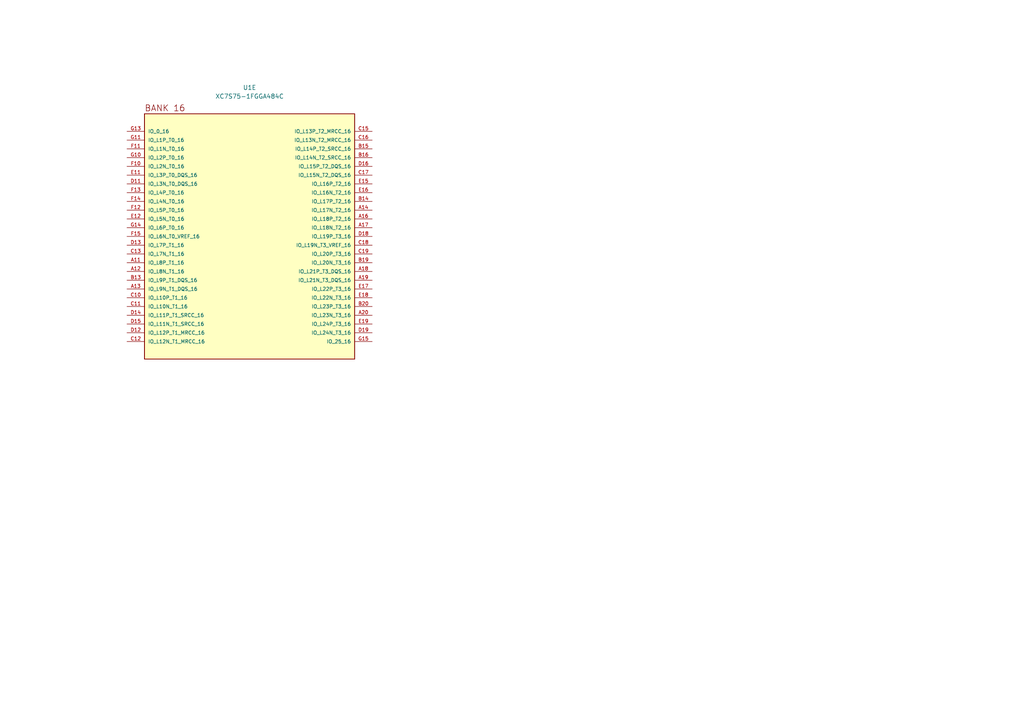
<source format=kicad_sch>
(kicad_sch (version 20231120) (generator "eeschema") (generator_version "8.0")
  (paper "A4")
  (title_block (title "ZYMA_ADC_FPGA") (date "2024-06-28") (rev "V01") (company "SHAKRA INNOVATIONS PVT LIMITED"))
  (lib_symbols
    (symbol "xc7s75:XC7S75-1FGGA484C" (pin_names (offset 1.016))
      (property "Reference" "U" (at -15.24 31.115 0))
      (property "Value" "XC7S75-1FGGA484C" (at -15.24 -27.94 0))
      (symbol "XC7S75-1FGGA484C_1_0"
        (rectangle (start -15.24 -25.4) (end 15.24 27.94) (stroke (width 0.254)) (fill (type background)))
        (text "BANK 0" (at -15.24 28.575 0) (effects (font (size 1.778 1.778)) (justify left bottom)))
        (pin input clock (at -20.32 -17.78 0) (length 5.08) (name "CCLK_0") (number "D9"))
        (pin power_in line (at 20.32 25.4 180) (length 5.08) (name "VCCBATT_0") (number "E9"))
        (pin input clock (at -20.32 -2.54 0) (length 5.08) (name "TCK_0") (number "G9"))
        (pin power_in line (at 20.32 17.78 180) (length 5.08) (name "VCCADC_0") (number "K11"))
        (pin power_in line (at 20.32 -22.86 180) (length 5.08) (name "GNDADC_0") (number "K12"))
        (pin power_in line (at 20.32 20.32 180) (length 5.08) (name "VREFN_0") (number "L11"))
        (pin bidirectional line (at 20.32 2.54 180) (length 5.08) (name "VP_0") (number "L12"))
        (pin bidirectional line (at 20.32 0 180) (length 5.08) (name "VN_0") (number "M11"))
        (pin power_in line (at 20.32 22.86 180) (length 5.08) (name "VREFP_0") (number "M12"))
        (pin bidirectional line (at 20.32 -7.62 180) (length 5.08) (name "DXN_0") (number "N11"))
        (pin bidirectional line (at 20.32 -5.08 180) (length 5.08) (name "DXP_0") (number "N12"))
        (pin input line (at -20.32 -10.16 0) (length 5.08) (name "M1_0") (number "T10"))
        (pin input line (at -20.32 -7.62 0) (length 5.08) (name "M0_0") (number "T11"))
        (pin input line (at -20.32 10.16 0) (length 5.08) (name "INIT_B_0") (number "T9"))
        (pin input line (at -20.32 -12.7 0) (length 5.08) (name "M2_0") (number "U10"))
        (pin input line (at -20.32 12.7 0) (length 5.08) (name "PROGRAM_B_0") (number "U11"))
        (pin output line (at 20.32 12.7 180) (length 5.08) (name "DONE_0") (number "U9"))
        (pin bidirectional line (at 20.32 7.62 180) (length 5.08) (name "CFGBVS_0") (number "V11"))
        (pin output line (at -20.32 2.54 0) (length 5.08) (name "TDO_0") (number "W10"))
        (pin input line (at -20.32 0 0) (length 5.08) (name "TDI_0") (number "W9"))
        (pin input line (at -20.32 5.08 0) (length 5.08) (name "TMS_0") (number "Y10"))
      )
      (symbol "XC7S75-1FGGA484C_2_0"
        (rectangle (start -25.4 -27.94) (end 25.4 27.94) (stroke (width 0.254)) (fill (type background)))
        (text "BANK 13" (at -25.4 28.575 0) (effects (font (size 1.778 1.778)) (justify left bottom)))
        (pin bidirectional line (at 30.48 -22.86 180) (length 5.08) (name "IO_L19N_T3_VREF_13") (number "AA11"))
        (pin bidirectional line (at 30.48 -2.54 180) (length 5.08) (name "IO_L15P_T2_DQS_13") (number "AA13"))
        (pin bidirectional line (at 30.48 12.7 180) (length 5.08) (name "IO_L12P_T1_MRCC_13") (number "AA14"))
        (pin bidirectional line (at -30.48 -20.32 0) (length 5.08) (name "IO_L9P_T1_DQS_13") (number "AA15"))
        (pin bidirectional line (at -30.48 -22.86 0) (length 5.08) (name "IO_L9N_T1_DQS_13") (number "AA16"))
        (pin bidirectional line (at -30.48 -15.24 0) (length 5.08) (name "IO_L8P_T1_13") (number "AA17"))
        (pin bidirectional line (at -30.48 -12.7 0) (length 5.08) (name "IO_L7N_T1_13") (number "AA18"))
        (pin bidirectional line (at 30.48 -12.7 180) (length 5.08) (name "IO_L17P_T2_13") (number "AB11"))
        (pin bidirectional line (at 30.48 -15.24 180) (length 5.08) (name "IO_L17N_T2_13") (number "AB12"))
        (pin bidirectional line (at 30.48 -5.08 180) (length 5.08) (name "IO_L15N_T2_DQS_13") (number "AB13"))
        (pin bidirectional line (at 30.48 10.16 180) (length 5.08) (name "IO_L12N_T1_MRCC_13") (number "AB14"))
        (pin bidirectional line (at 30.48 22.86 180) (length 5.08) (name "IO_L10P_T1_13") (number "AB16"))
        (pin bidirectional line (at 30.48 20.32 180) (length 5.08) (name "IO_L10N_T1_13") (number "AB17"))
        (pin bidirectional line (at -30.48 -17.78 0) (length 5.08) (name "IO_L8N_T1_13") (number "AB18"))
        (pin bidirectional line (at -30.48 15.24 0) (length 5.08) (name "IO_L2P_T0_13") (number "T12"))
        (pin bidirectional line (at -30.48 12.7 0) (length 5.08) (name "IO_L2N_T0_13") (number "T13"))
        (pin bidirectional line (at -30.48 20.32 0) (length 5.08) (name "IO_L1P_T0_13") (number "T14"))
        (pin bidirectional line (at -30.48 22.86 0) (length 5.08) (name "IO_0_13") (number "T15"))
        (pin bidirectional line (at -30.48 5.08 0) (length 5.08) (name "IO_L4P_T0_13") (number "U12"))
        (pin bidirectional line (at -30.48 17.78 0) (length 5.08) (name "IO_L1N_T0_13") (number "U15"))
        (pin bidirectional line (at -30.48 -5.08 0) (length 5.08) (name "IO_L6P_T0_13") (number "U16"))
        (pin bidirectional line (at 30.48 7.62 180) (length 5.08) (name "IO_L13P_T2_MRCC_13") (number "V12"))
        (pin bidirectional line (at -30.48 2.54 0) (length 5.08) (name "IO_L4N_T0_13") (number "V13"))
        (pin bidirectional line (at -30.48 10.16 0) (length 5.08) (name "IO_L3P_T0_DQS_13") (number "V14"))
        (pin bidirectional line (at -30.48 7.62 0) (length 5.08) (name "IO_L3N_T0_DQS_13") (number "V15"))
        (pin bidirectional line (at -30.48 -7.62 0) (length 5.08) (name "IO_L6N_T0_VREF_13") (number "V16"))
        (pin bidirectional line (at 30.48 -7.62 180) (length 5.08) (name "IO_L16P_T2_13") (number "W11"))
        (pin bidirectional line (at 30.48 5.08 180) (length 5.08) (name "IO_L13N_T2_MRCC_13") (number "W12"))
        (pin bidirectional line (at 30.48 2.54 180) (length 5.08) (name "IO_L14P_T2_SRCC_13") (number "W14"))
        (pin bidirectional line (at -30.48 0 0) (length 5.08) (name "IO_L5P_T0_13") (number "W15"))
        (pin bidirectional line (at -30.48 -2.54 0) (length 5.08) (name "IO_L5N_T0_13") (number "W16"))
        (pin bidirectional line (at 30.48 17.78 180) (length 5.08) (name "IO_L11P_T1_SRCC_13") (number "W17"))
        (pin bidirectional line (at 30.48 -10.16 180) (length 5.08) (name "IO_L16N_T2_13") (number "Y11"))
        (pin bidirectional line (at 30.48 -17.78 180) (length 5.08) (name "IO_L18P_T2_13") (number "Y12"))
        (pin bidirectional line (at 30.48 -20.32 180) (length 5.08) (name "IO_L18N_T2_13") (number "Y13"))
        (pin bidirectional line (at 30.48 0 180) (length 5.08) (name "IO_L14N_T2_SRCC_13") (number "Y14"))
        (pin bidirectional line (at 30.48 15.24 180) (length 5.08) (name "IO_L11N_T1_SRCC_13") (number "Y17"))
        (pin bidirectional line (at -30.48 -10.16 0) (length 5.08) (name "IO_L7P_T1_13") (number "Y18"))
      )
      (symbol "XC7S75-1FGGA484C_3_0"
        (rectangle (start -35.56 -35.56) (end 35.56 35.56) (stroke (width 0.254)) (fill (type background)))
        (text "BANK 14" (at -35.56 36.195 0) (effects (font (size 1.778 1.778)) (justify left bottom)))
        (pin bidirectional line (at 40.64 -2.54 180) (length 5.08) (name "IO_L19N_T3_D25_VREF_14") (number "AA20"))
        (pin bidirectional line (at 40.64 -15.24 180) (length 5.08) (name "IO_L22P_T3_D21_14") (number "AA21"))
        (pin bidirectional line (at 40.64 -7.62 180) (length 5.08) (name "IO_L20N_T3_D23_14") (number "AA22"))
        (pin bidirectional line (at 40.64 -20.32 180) (length 5.08) (name "IO_L23P_T3_D19_14") (number "AB19"))
        (pin bidirectional line (at 40.64 -22.86 180) (length 5.08) (name "IO_L23N_T3_D18_14") (number "AB20"))
        (pin bidirectional line (at 40.64 -17.78 180) (length 5.08) (name "IO_L22N_T3_D20_14") (number "AB21"))
        (pin bidirectional line (at -40.64 17.78 0) (length 5.08) (name "IO_L3P_T0_DQS_PUDC_B_14") (number "M19"))
        (pin bidirectional line (at -40.64 27.94 0) (length 5.08) (name "IO_L1P_T0_D00_MOSI_14") (number "M21"))
        (pin bidirectional line (at -40.64 25.4 0) (length 5.08) (name "IO_L1N_T0_D01_DIN_14") (number "M22"))
        (pin bidirectional line (at -40.64 30.48 0) (length 5.08) (name "IO_0_14") (number "N15"))
        (pin bidirectional line (at -40.64 2.54 0) (length 5.08) (name "IO_L6P_T0_FCS_B_14") (number "N17"))
        (pin bidirectional line (at -40.64 0 0) (length 5.08) (name "IO_L6N_T0_D08_VREF_14") (number "N18"))
        (pin bidirectional line (at -40.64 15.24 0) (length 5.08) (name "IO_L3N_T0_DQS_EMCCLK_14") (number "N19"))
        (pin bidirectional line (at -40.64 7.62 0) (length 5.08) (name "IO_L5P_T0_D06_14") (number "N20"))
        (pin bidirectional line (at -40.64 22.86 0) (length 5.08) (name "IO_L2P_T0_D02_14") (number "N21"))
        (pin bidirectional line (at -40.64 20.32 0) (length 5.08) (name "IO_L2N_T0_D03_14") (number "N22"))
        (pin bidirectional line (at 40.64 30.48 180) (length 5.08) (name "IO_L13P_T2_MRCC_14") (number "P15"))
        (pin bidirectional line (at 40.64 27.94 180) (length 5.08) (name "IO_L13N_T2_MRCC_14") (number "P16"))
        (pin bidirectional line (at 40.64 25.4 180) (length 5.08) (name "IO_L14P_T2_SRCC_14") (number "P17"))
        (pin bidirectional line (at -40.64 5.08 0) (length 5.08) (name "IO_L5N_T0_D07_14") (number "P20"))
        (pin bidirectional line (at -40.64 12.7 0) (length 5.08) (name "IO_L4P_T0_D04_14") (number "P21"))
        (pin bidirectional line (at -40.64 10.16 0) (length 5.08) (name "IO_L4N_T0_D05_14") (number "P22"))
        (pin bidirectional line (at 40.64 15.24 180) (length 5.08) (name "IO_L16P_T2_CSI_B_14") (number "R16"))
        (pin bidirectional line (at 40.64 12.7 180) (length 5.08) (name "IO_L16N_T2_D31_14") (number "R17"))
        (pin bidirectional line (at 40.64 22.86 180) (length 5.08) (name "IO_L14N_T2_SRCC_14") (number "R18"))
        (pin bidirectional line (at 40.64 10.16 180) (length 5.08) (name "IO_L17P_T2_D30_14") (number "R19"))
        (pin bidirectional line (at 40.64 7.62 180) (length 5.08) (name "IO_L17N_T2_D29_14") (number "R20"))
        (pin bidirectional line (at 40.64 -30.48 180) (length 5.08) (name "IO_25_14") (number "T16"))
        (pin bidirectional line (at 40.64 20.32 180) (length 5.08) (name "IO_L15P_T2_DQS_RDWR_B_14") (number "T17"))
        (pin bidirectional line (at 40.64 5.08 180) (length 5.08) (name "IO_L18P_T2_D28_14") (number "T19"))
        (pin bidirectional line (at 40.64 2.54 180) (length 5.08) (name "IO_L18N_T2_D27_14") (number "T20"))
        (pin bidirectional line (at -40.64 -2.54 0) (length 5.08) (name "IO_L7P_T1_D09_14") (number "T21"))
        (pin bidirectional line (at -40.64 -5.08 0) (length 5.08) (name "IO_L7N_T1_D10_14") (number "T22"))
        (pin bidirectional line (at 40.64 17.78 180) (length 5.08) (name "IO_L15N_T2_DQS_DOUT_CSO_B_14") (number "U17"))
        (pin bidirectional line (at -40.64 -27.94 0) (length 5.08) (name "IO_L12P_T1_MRCC_14") (number "U18"))
        (pin bidirectional line (at -40.64 -30.48 0) (length 5.08) (name "IO_L12N_T1_MRCC_14") (number "U19"))
        (pin bidirectional line (at -40.64 -22.86 0) (length 5.08) (name "IO_L11P_T1_SRCC_14") (number "U20"))
        (pin bidirectional line (at -40.64 -12.7 0) (length 5.08) (name "IO_L9P_T1_DQS_14") (number "U22"))
        (pin bidirectional line (at 40.64 -25.4 180) (length 5.08) (name "IO_L24P_T3_D17_14") (number "V18"))
        (pin bidirectional line (at 40.64 -27.94 180) (length 5.08) (name "IO_L24N_T3_D16_14") (number "V19"))
        (pin bidirectional line (at -40.64 -25.4 0) (length 5.08) (name "IO_L11N_T1_SRCC_14") (number "V20"))
        (pin bidirectional line (at -40.64 -7.62 0) (length 5.08) (name "IO_L8P_T1_D11_14") (number "V21"))
        (pin bidirectional line (at -40.64 -15.24 0) (length 5.08) (name "IO_L9N_T1_DQS_D13_14") (number "V22"))
        (pin bidirectional line (at 40.64 -10.16 180) (length 5.08) (name "IO_L21P_T3_DQS_14") (number "W18"))
        (pin bidirectional line (at -40.64 -17.78 0) (length 5.08) (name "IO_L10P_T1_D14_14") (number "W21"))
        (pin bidirectional line (at -40.64 -10.16 0) (length 5.08) (name "IO_L8N_T1_D12_14") (number "W22"))
        (pin bidirectional line (at 40.64 -12.7 180) (length 5.08) (name "IO_L21N_T3_DQS_D22_14") (number "Y19"))
        (pin bidirectional line (at 40.64 0 180) (length 5.08) (name "IO_L19P_T3_D26_14") (number "Y20"))
        (pin bidirectional line (at -40.64 -20.32 0) (length 5.08) (name "IO_L10N_T1_D15_14") (number "Y21"))
        (pin bidirectional line (at 40.64 -5.08 180) (length 5.08) (name "IO_L20P_T3_D24_14") (number "Y22"))
      )
      (symbol "XC7S75-1FGGA484C_4_0"
        (rectangle (start -30.48 -35.56) (end 30.48 35.56) (stroke (width 0.254)) (fill (type background)))
        (text "BANK 15" (at -30.48 36.195 0) (effects (font (size 1.778 1.778)) (justify left bottom)))
        (pin bidirectional line (at -35.56 30.48 0) (length 5.08) (name "IO_0_15") (number "A21"))
        (pin bidirectional line (at -35.56 -2.54 0) (length 5.08) (name "IO_L7P_T1_AD2P_15") (number "B21"))
        (pin bidirectional line (at -35.56 -5.08 0) (length 5.08) (name "IO_L7N_T1_AD2N_15") (number "B22"))
        (pin bidirectional line (at -35.56 -10.16 0) (length 5.08) (name "IO_L8N_T1_AD10N_15") (number "C20"))
        (pin bidirectional line (at -35.56 -15.24 0) (length 5.08) (name "IO_L9N_T1_DQS_AD3N_15") (number "C22"))
        (pin bidirectional line (at -35.56 -7.62 0) (length 5.08) (name "IO_L8P_T1_AD10P_15") (number "D20"))
        (pin bidirectional line (at -35.56 -12.7 0) (length 5.08) (name "IO_L9P_T1_DQS_AD3P_15") (number "D21"))
        (pin bidirectional line (at -35.56 -20.32 0) (length 5.08) (name "IO_L10N_T1_AD11N_15") (number "D22"))
        (pin bidirectional line (at -35.56 -17.78 0) (length 5.08) (name "IO_L10P_T1_AD11P_15") (number "E22"))
        (pin bidirectional line (at -35.56 27.94 0) (length 5.08) (name "IO_L1P_T0_AD0P_15") (number "F17"))
        (pin bidirectional line (at -35.56 25.4 0) (length 5.08) (name "IO_L1N_T0_AD0N_15") (number "F18"))
        (pin bidirectional line (at -35.56 -27.94 0) (length 5.08) (name "IO_L12P_T1_MRCC_15") (number "F19"))
        (pin bidirectional line (at -35.56 -30.48 0) (length 5.08) (name "IO_L12N_T1_MRCC_15") (number "F20"))
        (pin bidirectional line (at -35.56 -22.86 0) (length 5.08) (name "IO_L11P_T1_SRCC_15") (number "F21"))
        (pin bidirectional line (at -35.56 -25.4 0) (length 5.08) (name "IO_L11N_T1_SRCC_15") (number "F22"))
        (pin bidirectional line (at -35.56 10.16 0) (length 5.08) (name "IO_L4N_T0_15") (number "G16"))
        (pin bidirectional line (at -35.56 20.32 0) (length 5.08) (name "IO_L2N_T0_AD8N_15") (number "G17"))
        (pin bidirectional line (at 35.56 -2.54 180) (length 5.08) (name "IO_L19N_T3_VREF_15") (number "G20"))
        (pin bidirectional line (at 35.56 -5.08 180) (length 5.08) (name "IO_L20P_T3_15") (number "G21"))
        (pin bidirectional line (at 35.56 -7.62 180) (length 5.08) (name "IO_L20N_T3_15") (number "G22"))
        (pin bidirectional line (at -35.56 12.7 0) (length 5.08) (name "IO_L4P_T0_15") (number "H16"))
        (pin bidirectional line (at -35.56 22.86 0) (length 5.08) (name "IO_L2P_T0_AD8P_15") (number "H17"))
        (pin bidirectional line (at -35.56 15.24 0) (length 5.08) (name "IO_L3N_T0_DQS_AD1N_15") (number "H18"))
        (pin bidirectional line (at 35.56 0 180) (length 5.08) (name "IO_L19P_T3_15") (number "H19"))
        (pin bidirectional line (at 35.56 -10.16 180) (length 5.08) (name "IO_L21P_T3_DQS_15") (number "H20"))
        (pin bidirectional line (at 35.56 -12.7 180) (length 5.08) (name "IO_L21N_T3_DQS_15") (number "H21"))
        (pin bidirectional line (at -35.56 0 0) (length 5.08) (name "IO_L6N_T0_VREF_15") (number "J15"))
        (pin bidirectional line (at -35.56 5.08 0) (length 5.08) (name "IO_L5N_T0_AD9N_15") (number "J16"))
        (pin bidirectional line (at -35.56 17.78 0) (length 5.08) (name "IO_L3P_T0_DQS_AD1P_15") (number "J17"))
        (pin bidirectional line (at 35.56 10.16 180) (length 5.08) (name "IO_L17P_T2_15") (number "J19"))
        (pin bidirectional line (at 35.56 7.62 180) (length 5.08) (name "IO_L17N_T2_15") (number "J20"))
        (pin bidirectional line (at 35.56 -20.32 180) (length 5.08) (name "IO_L23P_T3_15") (number "J21"))
        (pin bidirectional line (at 35.56 -22.86 180) (length 5.08) (name "IO_L23N_T3_15") (number "J22"))
        (pin bidirectional line (at -35.56 2.54 0) (length 5.08) (name "IO_L6P_T0_15") (number "K15"))
        (pin bidirectional line (at -35.56 7.62 0) (length 5.08) (name "IO_L5P_T0_AD9P_15") (number "K16"))
        (pin bidirectional line (at 35.56 17.78 180) (length 5.08) (name "IO_L15N_T2_DQS_15") (number "K17"))
        (pin bidirectional line (at 35.56 15.24 180) (length 5.08) (name "IO_L16P_T2_15") (number "K18"))
        (pin bidirectional line (at 35.56 12.7 180) (length 5.08) (name "IO_L16N_T2_15") (number "K19"))
        (pin bidirectional line (at 35.56 -17.78 180) (length 5.08) (name "IO_L22N_T3_15") (number "K22"))
        (pin bidirectional line (at 35.56 27.94 180) (length 5.08) (name "IO_L13N_T2_MRCC_15") (number "L15"))
        (pin bidirectional line (at 35.56 20.32 180) (length 5.08) (name "IO_L15P_T2_DQS_15") (number "L16"))
        (pin bidirectional line (at 35.56 5.08 180) (length 5.08) (name "IO_L18P_T2_15") (number "L18"))
        (pin bidirectional line (at 35.56 2.54 180) (length 5.08) (name "IO_L18N_T2_15") (number "L19"))
        (pin bidirectional line (at 35.56 -25.4 180) (length 5.08) (name "IO_L24P_T3_RS1_15") (number "L20"))
        (pin bidirectional line (at 35.56 -27.94 180) (length 5.08) (name "IO_L24N_T3_RS0_15") (number "L21"))
        (pin bidirectional line (at 35.56 -15.24 180) (length 5.08) (name "IO_L22P_T3_15") (number "L22"))
        (pin bidirectional line (at 35.56 30.48 180) (length 5.08) (name "IO_L13P_T2_MRCC_15") (number "M15"))
        (pin bidirectional line (at 35.56 -30.48 180) (length 5.08) (name "IO_25_15") (number "M16"))
        (pin bidirectional line (at 35.56 25.4 180) (length 5.08) (name "IO_L14P_T2_SRCC_15") (number "M17"))
        (pin bidirectional line (at 35.56 22.86 180) (length 5.08) (name "IO_L14N_T2_SRCC_15") (number "M18"))
      )
      (symbol "XC7S75-1FGGA484C_5_0"
        (rectangle (start -30.48 -35.56) (end 30.48 35.56) (stroke (width 0.254)) (fill (type background)))
        (text "BANK 16" (at -30.48 36.195 0) (effects (font (size 1.778 1.778)) (justify left bottom)))
        (pin bidirectional line (at -35.56 -7.62 0) (length 5.08) (name "IO_L8P_T1_16") (number "A11"))
        (pin bidirectional line (at -35.56 -10.16 0) (length 5.08) (name "IO_L8N_T1_16") (number "A12"))
        (pin bidirectional line (at -35.56 -15.24 0) (length 5.08) (name "IO_L9N_T1_DQS_16") (number "A13"))
        (pin bidirectional line (at 35.56 7.62 180) (length 5.08) (name "IO_L17N_T2_16") (number "A14"))
        (pin bidirectional line (at 35.56 5.08 180) (length 5.08) (name "IO_L18P_T2_16") (number "A16"))
        (pin bidirectional line (at 35.56 2.54 180) (length 5.08) (name "IO_L18N_T2_16") (number "A17"))
        (pin bidirectional line (at 35.56 -10.16 180) (length 5.08) (name "IO_L21P_T3_DQS_16") (number "A18"))
        (pin bidirectional line (at 35.56 -12.7 180) (length 5.08) (name "IO_L21N_T3_DQS_16") (number "A19"))
        (pin bidirectional line (at 35.56 -22.86 180) (length 5.08) (name "IO_L23N_T3_16") (number "A20"))
        (pin bidirectional line (at -35.56 -12.7 0) (length 5.08) (name "IO_L9P_T1_DQS_16") (number "B13"))
        (pin bidirectional line (at 35.56 10.16 180) (length 5.08) (name "IO_L17P_T2_16") (number "B14"))
        (pin bidirectional line (at 35.56 25.4 180) (length 5.08) (name "IO_L14P_T2_SRCC_16") (number "B15"))
        (pin bidirectional line (at 35.56 22.86 180) (length 5.08) (name "IO_L14N_T2_SRCC_16") (number "B16"))
        (pin bidirectional line (at 35.56 -7.62 180) (length 5.08) (name "IO_L20N_T3_16") (number "B19"))
        (pin bidirectional line (at 35.56 -20.32 180) (length 5.08) (name "IO_L23P_T3_16") (number "B20"))
        (pin bidirectional line (at -35.56 -17.78 0) (length 5.08) (name "IO_L10P_T1_16") (number "C10"))
        (pin bidirectional line (at -35.56 -20.32 0) (length 5.08) (name "IO_L10N_T1_16") (number "C11"))
        (pin bidirectional line (at -35.56 -30.48 0) (length 5.08) (name "IO_L12N_T1_MRCC_16") (number "C12"))
        (pin bidirectional line (at -35.56 -5.08 0) (length 5.08) (name "IO_L7N_T1_16") (number "C13"))
        (pin bidirectional line (at 35.56 30.48 180) (length 5.08) (name "IO_L13P_T2_MRCC_16") (number "C15"))
        (pin bidirectional line (at 35.56 27.94 180) (length 5.08) (name "IO_L13N_T2_MRCC_16") (number "C16"))
        (pin bidirectional line (at 35.56 17.78 180) (length 5.08) (name "IO_L15N_T2_DQS_16") (number "C17"))
        (pin bidirectional line (at 35.56 -2.54 180) (length 5.08) (name "IO_L19N_T3_VREF_16") (number "C18"))
        (pin bidirectional line (at 35.56 -5.08 180) (length 5.08) (name "IO_L20P_T3_16") (number "C19"))
        (pin bidirectional line (at -35.56 15.24 0) (length 5.08) (name "IO_L3N_T0_DQS_16") (number "D11"))
        (pin bidirectional line (at -35.56 -27.94 0) (length 5.08) (name "IO_L12P_T1_MRCC_16") (number "D12"))
        (pin bidirectional line (at -35.56 -2.54 0) (length 5.08) (name "IO_L7P_T1_16") (number "D13"))
        (pin bidirectional line (at -35.56 -22.86 0) (length 5.08) (name "IO_L11P_T1_SRCC_16") (number "D14"))
        (pin bidirectional line (at -35.56 -25.4 0) (length 5.08) (name "IO_L11N_T1_SRCC_16") (number "D15"))
        (pin bidirectional line (at 35.56 20.32 180) (length 5.08) (name "IO_L15P_T2_DQS_16") (number "D16"))
        (pin bidirectional line (at 35.56 0 180) (length 5.08) (name "IO_L19P_T3_16") (number "D18"))
        (pin bidirectional line (at 35.56 -27.94 180) (length 5.08) (name "IO_L24N_T3_16") (number "D19"))
        (pin bidirectional line (at -35.56 17.78 0) (length 5.08) (name "IO_L3P_T0_DQS_16") (number "E11"))
        (pin bidirectional line (at -35.56 5.08 0) (length 5.08) (name "IO_L5N_T0_16") (number "E12"))
        (pin bidirectional line (at 35.56 15.24 180) (length 5.08) (name "IO_L16P_T2_16") (number "E15"))
        (pin bidirectional line (at 35.56 12.7 180) (length 5.08) (name "IO_L16N_T2_16") (number "E16"))
        (pin bidirectional line (at 35.56 -15.24 180) (length 5.08) (name "IO_L22P_T3_16") (number "E17"))
        (pin bidirectional line (at 35.56 -17.78 180) (length 5.08) (name "IO_L22N_T3_16") (number "E18"))
        (pin bidirectional line (at 35.56 -25.4 180) (length 5.08) (name "IO_L24P_T3_16") (number "E19"))
        (pin bidirectional line (at -35.56 20.32 0) (length 5.08) (name "IO_L2N_T0_16") (number "F10"))
        (pin bidirectional line (at -35.56 25.4 0) (length 5.08) (name "IO_L1N_T0_16") (number "F11"))
        (pin bidirectional line (at -35.56 7.62 0) (length 5.08) (name "IO_L5P_T0_16") (number "F12"))
        (pin bidirectional line (at -35.56 12.7 0) (length 5.08) (name "IO_L4P_T0_16") (number "F13"))
        (pin bidirectional line (at -35.56 10.16 0) (length 5.08) (name "IO_L4N_T0_16") (number "F14"))
        (pin bidirectional line (at -35.56 0 0) (length 5.08) (name "IO_L6N_T0_VREF_16") (number "F15"))
        (pin bidirectional line (at -35.56 22.86 0) (length 5.08) (name "IO_L2P_T0_16") (number "G10"))
        (pin bidirectional line (at -35.56 27.94 0) (length 5.08) (name "IO_L1P_T0_16") (number "G11"))
        (pin bidirectional line (at -35.56 30.48 0) (length 5.08) (name "IO_0_16") (number "G13"))
        (pin bidirectional line (at -35.56 2.54 0) (length 5.08) (name "IO_L6P_T0_16") (number "G14"))
        (pin bidirectional line (at 35.56 -30.48 180) (length 5.08) (name "IO_25_16") (number "G15"))
      )
      (symbol "XC7S75-1FGGA484C_6_0"
        (rectangle (start -30.48 -35.56) (end 30.48 35.56) (stroke (width 0.254)) (fill (type background)))
        (text "BANK 34" (at -30.48 36.195 0) (effects (font (size 1.778 1.778)) (justify left bottom)))
        (pin bidirectional line (at 35.56 7.62 180) (length 5.08) (name "IO_L17N_T2_34") (number "AA1"))
        (pin bidirectional line (at 35.56 -15.24 180) (length 5.08) (name "IO_L22P_T3_34") (number "AA10"))
        (pin bidirectional line (at 35.56 10.16 180) (length 5.08) (name "IO_L17P_T2_34") (number "AA2"))
        (pin bidirectional line (at 35.56 17.78 180) (length 5.08) (name "IO_L15N_T2_DQS_34") (number "AA3"))
        (pin bidirectional line (at 35.56 30.48 180) (length 5.08) (name "IO_L13P_T2_MRCC_34") (number "AA6"))
        (pin bidirectional line (at 35.56 -20.32 180) (length 5.08) (name "IO_L23P_T3_34") (number "AA7"))
        (pin bidirectional line (at 35.56 -7.62 180) (length 5.08) (name "IO_L20N_T3_34") (number "AA8"))
        (pin bidirectional line (at 35.56 -25.4 180) (length 5.08) (name "IO_L24P_T3_34") (number "AA9"))
        (pin bidirectional line (at 35.56 -17.78 180) (length 5.08) (name "IO_L22N_T3_34") (number "AB10"))
        (pin bidirectional line (at 35.56 12.7 180) (length 5.08) (name "IO_L16N_T2_34") (number "AB2"))
        (pin bidirectional line (at 35.56 15.24 180) (length 5.08) (name "IO_L16P_T2_34") (number "AB3"))
        (pin bidirectional line (at 35.56 2.54 180) (length 5.08) (name "IO_L18N_T2_34") (number "AB4"))
        (pin bidirectional line (at 35.56 5.08 180) (length 5.08) (name "IO_L18P_T2_34") (number "AB5"))
        (pin bidirectional line (at 35.56 27.94 180) (length 5.08) (name "IO_L13N_T2_MRCC_34") (number "AB6"))
        (pin bidirectional line (at 35.56 -22.86 180) (length 5.08) (name "IO_L23N_T3_34") (number "AB7"))
        (pin bidirectional line (at 35.56 -27.94 180) (length 5.08) (name "IO_L24N_T3_34") (number "AB9"))
        (pin bidirectional line (at -35.56 30.48 0) (length 5.08) (name "IO_0_34") (number "R2"))
        (pin bidirectional line (at 35.56 -30.48 180) (length 5.08) (name "IO_25_34") (number "T1"))
        (pin bidirectional line (at -35.56 -30.48 0) (length 5.08) (name "IO_L12N_T1_MRCC_34") (number "T2"))
        (pin bidirectional line (at -35.56 -27.94 0) (length 5.08) (name "IO_L12P_T1_MRCC_34") (number "T3"))
        (pin bidirectional line (at -35.56 12.7 0) (length 5.08) (name "IO_L4P_T0_34") (number "T5"))
        (pin bidirectional line (at -35.56 20.32 0) (length 5.08) (name "IO_L2N_T0_34") (number "T6"))
        (pin bidirectional line (at -35.56 22.86 0) (length 5.08) (name "IO_L2P_T0_34") (number "T7"))
        (pin bidirectional line (at -35.56 2.54 0) (length 5.08) (name "IO_L6P_T0_34") (number "T8"))
        (pin bidirectional line (at -35.56 -15.24 0) (length 5.08) (name "IO_L9N_T1_DQS_34") (number "U1"))
        (pin bidirectional line (at -35.56 -12.7 0) (length 5.08) (name "IO_L9P_T1_DQS_34") (number "U2"))
        (pin bidirectional line (at -35.56 -25.4 0) (length 5.08) (name "IO_L11N_T1_SRCC_34") (number "U3"))
        (pin bidirectional line (at -35.56 -22.86 0) (length 5.08) (name "IO_L11P_T1_SRCC_34") (number "U4"))
        (pin bidirectional line (at -35.56 10.16 0) (length 5.08) (name "IO_L4N_T0_34") (number "U5"))
        (pin bidirectional line (at -35.56 0 0) (length 5.08) (name "IO_L6N_T0_VREF_34") (number "U8"))
        (pin bidirectional line (at -35.56 -2.54 0) (length 5.08) (name "IO_L7P_T1_34") (number "V1"))
        (pin bidirectional line (at -35.56 15.24 0) (length 5.08) (name "IO_L3N_T0_DQS_34") (number "V4"))
        (pin bidirectional line (at -35.56 17.78 0) (length 5.08) (name "IO_L3P_T0_DQS_34") (number "V5"))
        (pin bidirectional line (at -35.56 5.08 0) (length 5.08) (name "IO_L5N_T0_34") (number "V6"))
        (pin bidirectional line (at -35.56 7.62 0) (length 5.08) (name "IO_L5P_T0_34") (number "V7"))
        (pin bidirectional line (at 35.56 0 180) (length 5.08) (name "IO_L19P_T3_34") (number "V8"))
        (pin bidirectional line (at -35.56 -5.08 0) (length 5.08) (name "IO_L7N_T1_34") (number "W1"))
        (pin bidirectional line (at -35.56 -7.62 0) (length 5.08) (name "IO_L8P_T1_34") (number "W2"))
        (pin bidirectional line (at -35.56 -17.78 0) (length 5.08) (name "IO_L10P_T1_34") (number "W3"))
        (pin bidirectional line (at -35.56 25.4 0) (length 5.08) (name "IO_L1N_T0_34") (number "W4"))
        (pin bidirectional line (at -35.56 27.94 0) (length 5.08) (name "IO_L1P_T0_34") (number "W5"))
        (pin bidirectional line (at 35.56 -10.16 180) (length 5.08) (name "IO_L21P_T3_DQS_34") (number "W7"))
        (pin bidirectional line (at 35.56 -2.54 180) (length 5.08) (name "IO_L19N_T3_VREF_34") (number "W8"))
        (pin bidirectional line (at -35.56 -10.16 0) (length 5.08) (name "IO_L8N_T1_34") (number "Y1"))
        (pin bidirectional line (at -35.56 -20.32 0) (length 5.08) (name "IO_L10N_T1_34") (number "Y3"))
        (pin bidirectional line (at 35.56 20.32 180) (length 5.08) (name "IO_L15P_T2_DQS_34") (number "Y4"))
        (pin bidirectional line (at 35.56 22.86 180) (length 5.08) (name "IO_L14N_T2_SRCC_34") (number "Y5"))
        (pin bidirectional line (at 35.56 25.4 180) (length 5.08) (name "IO_L14P_T2_SRCC_34") (number "Y6"))
        (pin bidirectional line (at 35.56 -12.7 180) (length 5.08) (name "IO_L21N_T3_DQS_34") (number "Y7"))
        (pin bidirectional line (at 35.56 -5.08 180) (length 5.08) (name "IO_L20P_T3_34") (number "Y8"))
      )
      (symbol "XC7S75-1FGGA484C_7_0"
        (rectangle (start -30.48 -35.56) (end 30.48 35.56) (stroke (width 0.254)) (fill (type background)))
        (text "BANK 35" (at -30.48 36.195 0) (effects (font (size 1.778 1.778)) (justify left bottom)))
        (pin bidirectional line (at -35.56 25.4 0) (length 5.08) (name "IO_L1N_T0_AD4N_35") (number "H2"))
        (pin bidirectional line (at -35.56 20.32 0) (length 5.08) (name "IO_L2N_T0_AD12N_35") (number "H3"))
        (pin bidirectional line (at -35.56 22.86 0) (length 5.08) (name "IO_L2P_T0_AD12P_35") (number "H4"))
        (pin bidirectional line (at -35.56 5.08 0) (length 5.08) (name "IO_L5N_T0_AD13N_35") (number "H5"))
        (pin bidirectional line (at -35.56 7.62 0) (length 5.08) (name "IO_L5P_T0_AD13P_35") (number "H6"))
        (pin bidirectional line (at -35.56 30.48 0) (length 5.08) (name "IO_0_35") (number "H7"))
        (pin bidirectional line (at -35.56 15.24 0) (length 5.08) (name "IO_L3N_T0_DQS_AD5N_35") (number "J1"))
        (pin bidirectional line (at -35.56 17.78 0) (length 5.08) (name "IO_L3P_T0_DQS_AD5P_35") (number "J2"))
        (pin bidirectional line (at -35.56 27.94 0) (length 5.08) (name "IO_L1P_T0_AD4P_35") (number "J3"))
        (pin bidirectional line (at -35.56 0 0) (length 5.08) (name "IO_L6N_T0_VREF_35") (number "J6"))
        (pin bidirectional line (at -35.56 -5.08 0) (length 5.08) (name "IO_L7N_T1_AD6N_35") (number "J7"))
        (pin bidirectional line (at -35.56 -2.54 0) (length 5.08) (name "IO_L7P_T1_AD6P_35") (number "J8"))
        (pin bidirectional line (at 35.56 22.86 180) (length 5.08) (name "IO_L14N_T2_SRCC_35") (number "K1"))
        (pin bidirectional line (at -35.56 10.16 0) (length 5.08) (name "IO_L4N_T0_35") (number "K2"))
        (pin bidirectional line (at -35.56 12.7 0) (length 5.08) (name "IO_L4P_T0_35") (number "K3"))
        (pin bidirectional line (at -35.56 -20.32 0) (length 5.08) (name "IO_L10N_T1_AD15N_35") (number "K4"))
        (pin bidirectional line (at -35.56 -15.24 0) (length 5.08) (name "IO_L9N_T1_DQS_AD7N_35") (number "K5"))
        (pin bidirectional line (at -35.56 2.54 0) (length 5.08) (name "IO_L6P_T0_35") (number "K6"))
        (pin bidirectional line (at -35.56 -25.4 0) (length 5.08) (name "IO_L11N_T1_SRCC_35") (number "K8"))
        (pin bidirectional line (at 35.56 25.4 180) (length 5.08) (name "IO_L14P_T2_SRCC_35") (number "L1"))
        (pin bidirectional line (at -35.56 -17.78 0) (length 5.08) (name "IO_L10P_T1_AD15P_35") (number "L4"))
        (pin bidirectional line (at -35.56 -12.7 0) (length 5.08) (name "IO_L9P_T1_DQS_AD7P_35") (number "L5"))
        (pin bidirectional line (at -35.56 -10.16 0) (length 5.08) (name "IO_L8N_T1_AD14N_35") (number "L6"))
        (pin bidirectional line (at -35.56 -7.62 0) (length 5.08) (name "IO_L8P_T1_AD14P_35") (number "L7"))
        (pin bidirectional line (at -35.56 -22.86 0) (length 5.08) (name "IO_L11P_T1_SRCC_35") (number "L8"))
        (pin bidirectional line (at 35.56 17.78 180) (length 5.08) (name "IO_L15N_T2_DQS_35") (number "M1"))
        (pin bidirectional line (at 35.56 20.32 180) (length 5.08) (name "IO_L15P_T2_DQS_35") (number "M2"))
        (pin bidirectional line (at 35.56 27.94 180) (length 5.08) (name "IO_L13N_T2_MRCC_35") (number "M3"))
        (pin bidirectional line (at 35.56 30.48 180) (length 5.08) (name "IO_L13P_T2_MRCC_35") (number "M4"))
        (pin bidirectional line (at 35.56 -7.62 180) (length 5.08) (name "IO_L20N_T3_35") (number "M5"))
        (pin bidirectional line (at -35.56 -30.48 0) (length 5.08) (name "IO_L12N_T1_MRCC_35") (number "M7"))
        (pin bidirectional line (at -35.56 -27.94 0) (length 5.08) (name "IO_L12P_T1_MRCC_35") (number "M8"))
        (pin bidirectional line (at 35.56 7.62 180) (length 5.08) (name "IO_L17N_T2_35") (number "N1"))
        (pin bidirectional line (at 35.56 12.7 180) (length 5.08) (name "IO_L16N_T2_35") (number "N3"))
        (pin bidirectional line (at 35.56 15.24 180) (length 5.08) (name "IO_L16P_T2_35") (number "N4"))
        (pin bidirectional line (at 35.56 -5.08 180) (length 5.08) (name "IO_L20P_T3_35") (number "N5"))
        (pin bidirectional line (at 35.56 -12.7 180) (length 5.08) (name "IO_L21N_T3_DQS_35") (number "N6"))
        (pin bidirectional line (at 35.56 -17.78 180) (length 5.08) (name "IO_L22N_T3_35") (number "N7"))
        (pin bidirectional line (at 35.56 -2.54 180) (length 5.08) (name "IO_L19N_T3_VREF_35") (number "N8"))
        (pin bidirectional line (at 35.56 10.16 180) (length 5.08) (name "IO_L17P_T2_35") (number "P1"))
        (pin bidirectional line (at 35.56 2.54 180) (length 5.08) (name "IO_L18N_T2_35") (number "P2"))
        (pin bidirectional line (at 35.56 5.08 180) (length 5.08) (name "IO_L18P_T2_35") (number "P3"))
        (pin bidirectional line (at 35.56 -10.16 180) (length 5.08) (name "IO_L21P_T3_DQS_35") (number "P6"))
        (pin bidirectional line (at 35.56 -15.24 180) (length 5.08) (name "IO_L22P_T3_35") (number "P7"))
        (pin bidirectional line (at 35.56 0 180) (length 5.08) (name "IO_L19P_T3_35") (number "P8"))
        (pin bidirectional line (at 35.56 -30.48 180) (length 5.08) (name "IO_25_35") (number "R3"))
        (pin bidirectional line (at 35.56 -27.94 180) (length 5.08) (name "IO_L24N_T3_35") (number "R4"))
        (pin bidirectional line (at 35.56 -25.4 180) (length 5.08) (name "IO_L24P_T3_35") (number "R5"))
        (pin bidirectional line (at 35.56 -22.86 180) (length 5.08) (name "IO_L23N_T3_35") (number "R6"))
        (pin bidirectional line (at 35.56 -20.32 180) (length 5.08) (name "IO_L23P_T3_35") (number "R7"))
      )
      (symbol "XC7S75-1FGGA484C_8_0"
        (rectangle (start -30.48 -35.56) (end 30.48 35.56) (stroke (width 0.254)) (fill (type background)))
        (text "BANK 36" (at -30.48 36.195 0) (effects (font (size 1.778 1.778)) (justify left bottom)))
        (pin bidirectional line (at -35.56 20.32 0) (length 5.08) (name "IO_L2N_T0_36") (number "A10"))
        (pin bidirectional line (at 35.56 17.78 180) (length 5.08) (name "IO_L15N_T2_DQS_36") (number "A2"))
        (pin bidirectional line (at 35.56 22.86 180) (length 5.08) (name "IO_L14N_T2_SRCC_36") (number "A3"))
        (pin bidirectional line (at 35.56 25.4 180) (length 5.08) (name "IO_L14P_T2_SRCC_36") (number "A4"))
        (pin bidirectional line (at 35.56 27.94 180) (length 5.08) (name "IO_L13N_T2_MRCC_36") (number "A5"))
        (pin bidirectional line (at -35.56 10.16 0) (length 5.08) (name "IO_L4N_T0_36") (number "A6"))
        (pin bidirectional line (at -35.56 12.7 0) (length 5.08) (name "IO_L4P_T0_36") (number "A7"))
        (pin bidirectional line (at -35.56 25.4 0) (length 5.08) (name "IO_L1N_T0_36") (number "A9"))
        (pin bidirectional line (at 35.56 7.62 180) (length 5.08) (name "IO_L17N_T2_36") (number "B1"))
        (pin bidirectional line (at -35.56 22.86 0) (length 5.08) (name "IO_L2P_T0_36") (number "B10"))
        (pin bidirectional line (at 35.56 10.16 180) (length 5.08) (name "IO_L17P_T2_36") (number "B2"))
        (pin bidirectional line (at 35.56 20.32 180) (length 5.08) (name "IO_L15P_T2_DQS_36") (number "B3"))
        (pin bidirectional line (at 35.56 30.48 180) (length 5.08) (name "IO_L13P_T2_MRCC_36") (number "B6"))
        (pin bidirectional line (at -35.56 5.08 0) (length 5.08) (name "IO_L5N_T0_36") (number "B7"))
        (pin bidirectional line (at -35.56 7.62 0) (length 5.08) (name "IO_L5P_T0_36") (number "B8"))
        (pin bidirectional line (at -35.56 27.94 0) (length 5.08) (name "IO_L1P_T0_36") (number "B9"))
        (pin bidirectional line (at 35.56 2.54 180) (length 5.08) (name "IO_L18N_T2_36") (number "C1"))
        (pin bidirectional line (at 35.56 5.08 180) (length 5.08) (name "IO_L18P_T2_36") (number "C2"))
        (pin bidirectional line (at 35.56 12.7 180) (length 5.08) (name "IO_L16N_T2_36") (number "C3"))
        (pin bidirectional line (at 35.56 15.24 180) (length 5.08) (name "IO_L16P_T2_36") (number "C4"))
        (pin bidirectional line (at -35.56 -5.08 0) (length 5.08) (name "IO_L7N_T1_36") (number "C5"))
        (pin bidirectional line (at -35.56 -2.54 0) (length 5.08) (name "IO_L7P_T1_36") (number "C6"))
        (pin bidirectional line (at -35.56 15.24 0) (length 5.08) (name "IO_L3N_T0_DQS_36") (number "C8"))
        (pin bidirectional line (at -35.56 17.78 0) (length 5.08) (name "IO_L3P_T0_DQS_36") (number "C9"))
        (pin bidirectional line (at 35.56 -27.94 180) (length 5.08) (name "IO_L24N_T3_36") (number "D1"))
        (pin bidirectional line (at 35.56 -22.86 180) (length 5.08) (name "IO_L23N_T3_36") (number "D2"))
        (pin bidirectional line (at 35.56 -7.62 180) (length 5.08) (name "IO_L20N_T3_36") (number "D4"))
        (pin bidirectional line (at -35.56 -10.16 0) (length 5.08) (name "IO_L8N_T1_36") (number "D5"))
        (pin bidirectional line (at -35.56 -7.62 0) (length 5.08) (name "IO_L8P_T1_36") (number "D6"))
        (pin bidirectional line (at -35.56 0 0) (length 5.08) (name "IO_L6N_T0_VREF_36") (number "D7"))
        (pin bidirectional line (at -35.56 2.54 0) (length 5.08) (name "IO_L6P_T0_36") (number "D8"))
        (pin bidirectional line (at 35.56 -12.7 180) (length 5.08) (name "IO_L21N_T3_DQS_36") (number "E1"))
        (pin bidirectional line (at 35.56 -25.4 180) (length 5.08) (name "IO_L24P_T3_36") (number "E2"))
        (pin bidirectional line (at 35.56 -20.32 180) (length 5.08) (name "IO_L23P_T3_36") (number "E3"))
        (pin bidirectional line (at 35.56 -5.08 180) (length 5.08) (name "IO_L20P_T3_36") (number "E4"))
        (pin bidirectional line (at -35.56 -20.32 0) (length 5.08) (name "IO_L10N_T1_36") (number "E5"))
        (pin bidirectional line (at -35.56 30.48 0) (length 5.08) (name "IO_0_36") (number "E8"))
        (pin bidirectional line (at 35.56 -10.16 180) (length 5.08) (name "IO_L21P_T3_DQS_36") (number "F1"))
        (pin bidirectional line (at 35.56 -30.48 180) (length 5.08) (name "IO_25_36") (number "F4"))
        (pin bidirectional line (at -35.56 -17.78 0) (length 5.08) (name "IO_L10P_T1_36") (number "F5"))
        (pin bidirectional line (at -35.56 -30.48 0) (length 5.08) (name "IO_L12N_T1_MRCC_36") (number "F6"))
        (pin bidirectional line (at -35.56 -27.94 0) (length 5.08) (name "IO_L12P_T1_MRCC_36") (number "F7"))
        (pin bidirectional line (at -35.56 -15.24 0) (length 5.08) (name "IO_L9N_T1_DQS_36") (number "F8"))
        (pin bidirectional line (at 35.56 -17.78 180) (length 5.08) (name "IO_L22N_T3_36") (number "G1"))
        (pin bidirectional line (at 35.56 -15.24 180) (length 5.08) (name "IO_L22P_T3_36") (number "G2"))
        (pin bidirectional line (at 35.56 -2.54 180) (length 5.08) (name "IO_L19N_T3_VREF_36") (number "G3"))
        (pin bidirectional line (at 35.56 0 180) (length 5.08) (name "IO_L19P_T3_36") (number "G4"))
        (pin bidirectional line (at -35.56 -25.4 0) (length 5.08) (name "IO_L11N_T1_SRCC_36") (number "G6"))
        (pin bidirectional line (at -35.56 -22.86 0) (length 5.08) (name "IO_L11P_T1_SRCC_36") (number "G7"))
        (pin bidirectional line (at -35.56 -12.7 0) (length 5.08) (name "IO_L9P_T1_DQS_36") (number "G8"))
      )
      (symbol "XC7S75-1FGGA484C_9_0"
        (rectangle (start -15.24 -12.7) (end 15.24 15.24) (stroke (width 0.254)) (fill (type background)))
        (text "Power" (at -15.24 15.875 0) (effects (font (size 1.778 1.778)) (justify left bottom)))
        (pin power_in line (at 20.32 -10.16 180) (length 5.08) (name "GND") (number "A1"))
        (pin power_in line (at 20.32 -10.16 180) (length 5.08) (name "GND") (number "A15"))
        (pin power_in line (at 20.32 -10.16 180) (length 5.08) (name "GND") (number "A22"))
        (pin power_in line (at 20.32 -10.16 180) (length 5.08) (name "GND") (number "A8"))
        (pin power_in line (at 20.32 -10.16 180) (length 5.08) (name "GND") (number "AA12"))
        (pin power_in line (at 20.32 -10.16 180) (length 5.08) (name "GND") (number "AA19"))
        (pin power_in line (at -20.32 0 0) (length 5.08) (name "VCCO_34") (number "AA4"))
        (pin power_in line (at 20.32 -10.16 180) (length 5.08) (name "GND") (number "AA5"))
        (pin power_in line (at 20.32 -10.16 180) (length 5.08) (name "GND") (number "AB1"))
        (pin power_in line (at 20.32 -10.16 180) (length 5.08) (name "GND") (number "AB15"))
        (pin power_in line (at 20.32 -10.16 180) (length 5.08) (name "GND") (number "AB22"))
        (pin power_in line (at 20.32 -10.16 180) (length 5.08) (name "GND") (number "AB8"))
        (pin power_in line (at 20.32 -10.16 180) (length 5.08) (name "GND") (number "B11"))
        (pin power_in line (at -20.32 2.54 0) (length 5.08) (name "VCCO_16") (number "B12"))
        (pin power_in line (at -20.32 2.54 0) (length 5.08) (name "VCCO_16") (number "B17"))
        (pin power_in line (at 20.32 -10.16 180) (length 5.08) (name "GND") (number "B18"))
        (pin power_in line (at 20.32 -10.16 180) (length 5.08) (name "GND") (number "B4"))
        (pin power_in line (at -20.32 -5.08 0) (length 5.08) (name "VCCO_36") (number "B5"))
        (pin power_in line (at 20.32 -10.16 180) (length 5.08) (name "GND") (number "C14"))
        (pin power_in line (at 20.32 -10.16 180) (length 5.08) (name "GND") (number "C21"))
        (pin power_in line (at 20.32 -10.16 180) (length 5.08) (name "GND") (number "C7"))
        (pin power_in line (at 20.32 -10.16 180) (length 5.08) (name "GND") (number "D10"))
        (pin power_in line (at 20.32 -10.16 180) (length 5.08) (name "GND") (number "D17"))
        (pin power_in line (at 20.32 -10.16 180) (length 5.08) (name "GND") (number "D3"))
        (pin power_in line (at -20.32 12.7 0) (length 5.08) (name "VCCO_0") (number "E10"))
        (pin power_in line (at 20.32 -10.16 180) (length 5.08) (name "GND") (number "E13"))
        (pin power_in line (at -20.32 2.54 0) (length 5.08) (name "VCCO_16") (number "E14"))
        (pin power_in line (at 20.32 -10.16 180) (length 5.08) (name "GND") (number "E20"))
        (pin power_in line (at -20.32 5.08 0) (length 5.08) (name "VCCO_15") (number "E21"))
        (pin power_in line (at 20.32 -10.16 180) (length 5.08) (name "GND") (number "E6"))
        (pin power_in line (at -20.32 -5.08 0) (length 5.08) (name "VCCO_36") (number "E7"))
        (pin power_in line (at 20.32 -10.16 180) (length 5.08) (name "GND") (number "F16"))
        (pin power_in line (at 20.32 -10.16 180) (length 5.08) (name "GND") (number "F2"))
        (pin power_in line (at -20.32 -5.08 0) (length 5.08) (name "VCCO_36") (number "F3"))
        (pin power_in line (at 20.32 -10.16 180) (length 5.08) (name "GND") (number "F9"))
        (pin power_in line (at 20.32 -10.16 180) (length 5.08) (name "GND") (number "G12"))
        (pin power_in line (at -20.32 5.08 0) (length 5.08) (name "VCCO_15") (number "G18"))
        (pin power_in line (at 20.32 -10.16 180) (length 5.08) (name "GND") (number "G19"))
        (pin power_in line (at 20.32 -10.16 180) (length 5.08) (name "GND") (number "G5"))
        (pin power_in line (at 20.32 -10.16 180) (length 5.08) (name "GND") (number "H1"))
        (pin power_in line (at 20.32 -10.16 180) (length 5.08) (name "GND") (number "H10"))
        (pin power_in line (at 20.32 10.16 180) (length 5.08) (name "VCCINT") (number "H11"))
        (pin power_in line (at 20.32 -10.16 180) (length 5.08) (name "GND") (number "H12"))
        (pin power_in line (at 20.32 10.16 180) (length 5.08) (name "VCCINT") (number "H13"))
        (pin power_in line (at 20.32 -10.16 180) (length 5.08) (name "GND") (number "H14"))
        (pin power_in line (at 20.32 -10.16 180) (length 5.08) (name "GND") (number "H15"))
        (pin power_in line (at 20.32 -10.16 180) (length 5.08) (name "GND") (number "H22"))
        (pin power_in line (at 20.32 -10.16 180) (length 5.08) (name "GND") (number "H8"))
        (pin power_in line (at 20.32 12.7 180) (length 5.08) (name "VCCBRAM") (number "H9"))
        (pin power_in line (at 20.32 10.16 180) (length 5.08) (name "VCCINT") (number "J10"))
        (pin power_in line (at 20.32 -10.16 180) (length 5.08) (name "GND") (number "J11"))
        (pin power_in line (at 20.32 10.16 180) (length 5.08) (name "VCCINT") (number "J12"))
        (pin power_in line (at 20.32 -10.16 180) (length 5.08) (name "GND") (number "J13"))
        (pin power_in line (at 20.32 7.62 180) (length 5.08) (name "VCCAUX") (number "J14"))
        (pin power_in line (at 20.32 -10.16 180) (length 5.08) (name "GND") (number "J18"))
        (pin power_in line (at 20.32 -10.16 180) (length 5.08) (name "GND") (number "J4"))
        (pin power_in line (at -20.32 -2.54 0) (length 5.08) (name "VCCO_35") (number "J5"))
        (pin power_in line (at 20.32 -10.16 180) (length 5.08) (name "GND") (number "J9"))
        (pin power_in line (at 20.32 -10.16 180) (length 5.08) (name "GND") (number "K10"))
        (pin power_in line (at 20.32 10.16 180) (length 5.08) (name "VCCINT") (number "K13"))
        (pin power_in line (at 20.32 -10.16 180) (length 5.08) (name "GND") (number "K14"))
        (pin power_in line (at -20.32 5.08 0) (length 5.08) (name "VCCO_15") (number "K20"))
        (pin power_in line (at 20.32 -10.16 180) (length 5.08) (name "GND") (number "K21"))
        (pin power_in line (at 20.32 -10.16 180) (length 5.08) (name "GND") (number "K7"))
        (pin power_in line (at 20.32 12.7 180) (length 5.08) (name "VCCBRAM") (number "K9"))
        (pin power_in line (at 20.32 10.16 180) (length 5.08) (name "VCCINT") (number "L10"))
        (pin power_in line (at 20.32 -10.16 180) (length 5.08) (name "GND") (number "L13"))
        (pin power_in line (at 20.32 7.62 180) (length 5.08) (name "VCCAUX") (number "L14"))
        (pin power_in line (at 20.32 -10.16 180) (length 5.08) (name "GND") (number "L17"))
        (pin power_in line (at -20.32 -2.54 0) (length 5.08) (name "VCCO_35") (number "L2"))
        (pin power_in line (at 20.32 -10.16 180) (length 5.08) (name "GND") (number "L3"))
        (pin power_in line (at 20.32 -10.16 180) (length 5.08) (name "GND") (number "L9"))
        (pin power_in line (at 20.32 -10.16 180) (length 5.08) (name "GND") (number "M10"))
        (pin power_in line (at 20.32 10.16 180) (length 5.08) (name "VCCINT") (number "M13"))
        (pin power_in line (at 20.32 -10.16 180) (length 5.08) (name "GND") (number "M14"))
        (pin power_in line (at 20.32 -10.16 180) (length 5.08) (name "GND") (number "M20"))
        (pin power_in line (at 20.32 -10.16 180) (length 5.08) (name "GND") (number "M6"))
        (pin power_in line (at 20.32 12.7 180) (length 5.08) (name "VCCBRAM") (number "M9"))
        (pin power_in line (at 20.32 10.16 180) (length 5.08) (name "VCCINT") (number "N10"))
        (pin power_in line (at 20.32 -10.16 180) (length 5.08) (name "GND") (number "N13"))
        (pin power_in line (at 20.32 7.62 180) (length 5.08) (name "VCCAUX") (number "N14"))
        (pin power_in line (at 20.32 -10.16 180) (length 5.08) (name "GND") (number "N16"))
        (pin power_in line (at 20.32 -10.16 180) (length 5.08) (name "GND") (number "N2"))
        (pin power_in line (at 20.32 -10.16 180) (length 5.08) (name "GND") (number "N9"))
        (pin power_in line (at 20.32 -10.16 180) (length 5.08) (name "GND") (number "P10"))
        (pin power_in line (at 20.32 10.16 180) (length 5.08) (name "VCCINT") (number "P11"))
        (pin power_in line (at 20.32 -10.16 180) (length 5.08) (name "GND") (number "P12"))
        (pin power_in line (at 20.32 10.16 180) (length 5.08) (name "VCCINT") (number "P13"))
        (pin power_in line (at 20.32 -10.16 180) (length 5.08) (name "GND") (number "P14"))
        (pin power_in line (at -20.32 7.62 0) (length 5.08) (name "VCCO_14") (number "P18"))
        (pin power_in line (at 20.32 -10.16 180) (length 5.08) (name "GND") (number "P19"))
        (pin power_in line (at -20.32 -2.54 0) (length 5.08) (name "VCCO_35") (number "P4"))
        (pin power_in line (at 20.32 -10.16 180) (length 5.08) (name "GND") (number "P5"))
        (pin power_in line (at 20.32 12.7 180) (length 5.08) (name "VCCBRAM") (number "P9"))
        (pin power_in line (at 20.32 -10.16 180) (length 5.08) (name "GND") (number "R1"))
        (pin power_in line (at 20.32 10.16 180) (length 5.08) (name "VCCINT") (number "R10"))
        (pin power_in line (at 20.32 -10.16 180) (length 5.08) (name "GND") (number "R11"))
        (pin power_in line (at 20.32 10.16 180) (length 5.08) (name "VCCINT") (number "R12"))
        (pin power_in line (at 20.32 -10.16 180) (length 5.08) (name "GND") (number "R13"))
        (pin power_in line (at 20.32 7.62 180) (length 5.08) (name "VCCAUX") (number "R14"))
        (pin power_in line (at 20.32 -10.16 180) (length 5.08) (name "GND") (number "R15"))
        (pin power_in line (at -20.32 7.62 0) (length 5.08) (name "VCCO_14") (number "R21"))
        (pin power_in line (at 20.32 -10.16 180) (length 5.08) (name "GND") (number "R22"))
        (pin power_in line (at 20.32 -10.16 180) (length 5.08) (name "GND") (number "R8"))
        (pin power_in line (at 20.32 -10.16 180) (length 5.08) (name "GND") (number "R9"))
        (pin power_in line (at 20.32 -10.16 180) (length 5.08) (name "GND") (number "T18"))
        (pin power_in line (at 20.32 -10.16 180) (length 5.08) (name "GND") (number "T4"))
        (pin power_in line (at -20.32 10.16 0) (length 5.08) (name "VCCO_13") (number "U13"))
        (pin power_in line (at 20.32 -10.16 180) (length 5.08) (name "GND") (number "U14"))
        (pin power_in line (at 20.32 -10.16 180) (length 5.08) (name "GND") (number "U21"))
        (pin power_in line (at -20.32 0 0) (length 5.08) (name "VCCO_34") (number "U6"))
        (pin power_in line (at 20.32 -10.16 180) (length 5.08) (name "GND") (number "U7"))
        (pin power_in line (at 20.32 -10.16 180) (length 5.08) (name "GND") (number "V10"))
        (pin power_in line (at 20.32 -10.16 180) (length 5.08) (name "GND") (number "V17"))
        (pin power_in line (at -20.32 0 0) (length 5.08) (name "VCCO_34") (number "V2"))
        (pin power_in line (at 20.32 -10.16 180) (length 5.08) (name "GND") (number "V3"))
        (pin power_in line (at -20.32 12.7 0) (length 5.08) (name "VCCO_0") (number "V9"))
        (pin power_in line (at 20.32 -10.16 180) (length 5.08) (name "GND") (number "W13"))
        (pin power_in line (at -20.32 7.62 0) (length 5.08) (name "VCCO_14") (number "W19"))
        (pin power_in line (at 20.32 -10.16 180) (length 5.08) (name "GND") (number "W20"))
        (pin power_in line (at 20.32 -10.16 180) (length 5.08) (name "GND") (number "W6"))
        (pin power_in line (at -20.32 10.16 0) (length 5.08) (name "VCCO_13") (number "Y15"))
        (pin power_in line (at 20.32 -10.16 180) (length 5.08) (name "GND") (number "Y16"))
        (pin power_in line (at 20.32 -10.16 180) (length 5.08) (name "GND") (number "Y2"))
        (pin power_in line (at 20.32 -10.16 180) (length 5.08) (name "GND") (number "Y9"))
      )
    )
  )
  (symbol (lib_id "xc7s75:XC7S75-1FGGA484C") (at 72.39 68.58 0) (unit 5)
    (property "Reference" "U1" (at 72.39 25.4 0))
    (property "Value" "XC7S75-1FGGA484C" (at 72.39 27.94 0))
    (property "Footprint" "XC7S75-1FGGA484C:BGA484C100P22X22_2300X2300X244N" (effects (hide yes)))
    (property "MF" "Xilinx Inc." (effects (hide yes)))
    (property "Description_1" "\nSpartan®-7 Field Programmable Gate Array (FPGA) IC 338 4331520 76800 484-BGA\n" (effects (hide yes)))
    (property "Package" "FCBGA-484 Xilinx" (effects (hide yes)))
    (property "Price" "None" (effects (hide yes)))
    (property "Check_prices" "https://www.snapeda.com/parts/XC7S75-1FGGA484C/Xilinx+Inc./view-part/?ref=eda" (effects (hide yes)))
    (property "STANDARD" "IPC-7351B" (effects (hide yes)))
    (property "SnapEDA_Link" "https://www.snapeda.com/parts/XC7S75-1FGGA484C/Xilinx+Inc./view-part/?ref=snap" (effects (hide yes)))
    (property "MP" "XC7S75-1FGGA484C" (effects (hide yes)))
    (property "Availability" "In Stock" (effects (hide yes)))
    (property "MANUFACTURER" "Xilinx" (effects (hide yes)))
  )
)
</source>
